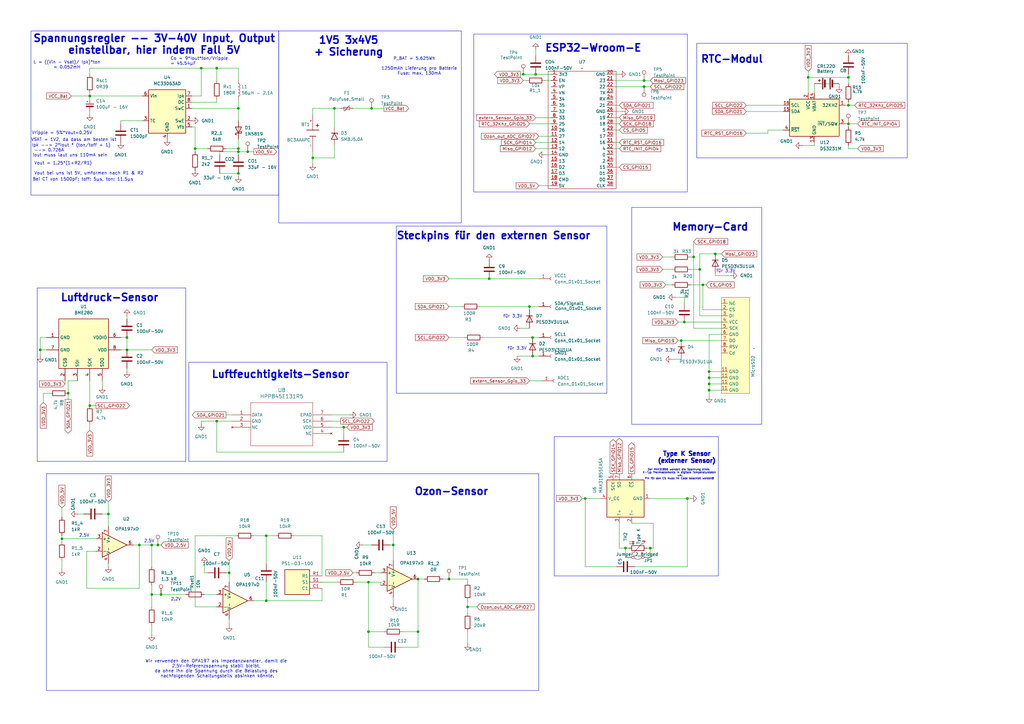
<source format=kicad_sch>
(kicad_sch (version 20231120) (generator "eeschema") (generator_version "8.0")
  (paper "A3")
  (junction (at 97.79 60.96))
  (junction (at 80.01 60.96))
  (junction (at 290.83 154.94))
  (junction (at 16.51 143.51))
  (junction (at 293.37 104.14))
  (junction (at 97.79 44.45))
  (junction (at 264.16 35.56))
  (junction (at 52.07 143.51))
  (junction (at 219.71 30.48))
  (junction (at 191.77 248.92))
  (junction (at 218.44 146.05))
  (junction (at 217.17 125.73))
  (junction (at 347.98 50.8))
  (junction (at 284.48 105.41))
  (junction (at 64.77 223.52))
  (junction (at 151.13 238.76))
  (junction (at 279.4 139.7))
  (junction (at 27.94 161.29))
  (junction (at 264.16 33.02))
  (junction (at 36.83 166.37))
  (junction (at 66.04 243.84))
  (junction (at 218.44 138.43))
  (junction (at 256.54 224.79))
  (junction (at 82.55 27.94))
  (junction (at 62.23 223.52))
  (junction (at 290.83 157.48))
  (junction (at 200.66 114.3))
  (junction (at 152.4 44.45))
  (junction (at 137.16 44.45))
  (junction (at 97.79 62.23))
  (junction (at 93.98 234.95))
  (junction (at 161.29 223.52))
  (junction (at 331.47 31.75))
  (junction (at 281.94 204.47))
  (junction (at 109.22 219.71))
  (junction (at 88.9 172.72))
  (junction (at 288.29 116.84))
  (junction (at 36.83 39.37))
  (junction (at 171.45 237.49))
  (junction (at 128.27 64.77))
  (junction (at 97.79 71.12))
  (junction (at 214.63 30.48))
  (junction (at 280.67 132.08))
  (junction (at 88.9 27.94))
  (junction (at 25.4 220.98))
  (junction (at 266.7 224.79))
  (junction (at 62.23 243.84))
  (junction (at 44.45 210.82))
  (junction (at 184.15 237.49))
  (junction (at 57.15 223.52))
  (junction (at 290.83 152.4))
  (junction (at 347.98 31.75))
  (junction (at 240.03 204.47))
  (junction (at 101.6 62.23))
  (junction (at 151.13 259.08))
  (junction (at 287.02 110.49))
  (junction (at 109.22 246.38))
  (junction (at 347.98 43.18))
  (junction (at 52.07 138.43))
  (junction (at 171.45 259.08))
  (junction (at 290.83 160.02))
  (junction (at 140.97 175.26))
  (wire (pts (xy 135.89 170.18) (xy 143.51 170.18)))
  (wire (pts (xy 153.67 234.95) (xy 156.21 234.95)))
  (wire (pts (xy 226.06 30.48) (xy 219.71 30.48)))
  (wire (pts (xy 140.97 175.26) (xy 142.24 175.26)))
  (wire (pts (xy 25.4 220.98) (xy 25.4 222.25)))
  (wire (pts (xy 39.37 226.06) (xy 35.56 226.06)))
  (wire (pts (xy 82.55 172.72) (xy 82.55 173.99)))
  (wire (pts (xy 120.65 219.71) (xy 132.08 219.71)))
  (wire (pts (xy 219.71 30.48) (xy 214.63 30.48)))
  (wire (pts (xy 290.83 154.94) (xy 295.91 154.94)))
  (wire (pts (xy 97.79 49.53) (xy 97.79 44.45)))
  (wire (pts (xy 97.79 62.23) (xy 90.17 62.23)))
  (wire (pts (xy 52.07 152.4) (xy 52.07 151.13)))
  (wire (pts (xy 251.46 50.8) (xy 254 50.8)))
  (wire (pts (xy 280.67 121.92) (xy 280.67 124.46)))
  (wire (pts (xy 198.12 138.43) (xy 218.44 138.43)))
  (wire (pts (xy 62.23 223.52) (xy 62.23 232.41)))
  (wire (pts (xy 264.16 33.02) (xy 266.7 33.02)))
  (wire (pts (xy 191.77 248.92) (xy 191.77 251.46)))
  (wire (pts (xy 78.74 41.91) (xy 88.9 41.91)))
  (wire (pts (xy 95.25 172.72) (xy 88.9 172.72)))
  (wire (pts (xy 284.48 99.06) (xy 284.48 105.41)))
  (wire (pts (xy 306.07 45.72) (xy 321.31 45.72)))
  (wire (pts (xy 151.13 238.76) (xy 156.21 238.76)))
  (wire (pts (xy 36.83 27.94) (xy 82.55 27.94)))
  (wire (pts (xy 140.97 177.8) (xy 140.97 175.26)))
  (wire (pts (xy 238.76 204.47) (xy 240.03 204.47)))
  (wire (pts (xy 104.14 246.38) (xy 109.22 246.38)))
  (wire (pts (xy 128.27 44.45) (xy 128.27 46.99)))
  (wire (pts (xy 132.08 219.71) (xy 132.08 236.22)))
  (wire (pts (xy 287.02 104.14) (xy 287.02 110.49)))
  (wire (pts (xy 283.21 110.49) (xy 287.02 110.49)))
  (wire (pts (xy 264.16 35.56) (xy 266.7 35.56)))
  (wire (pts (xy 80.01 248.92) (xy 88.9 248.92)))
  (wire (pts (xy 161.29 223.52) (xy 161.29 229.87)))
  (wire (pts (xy 88.9 185.42) (xy 88.9 172.72)))
  (wire (pts (xy 97.79 40.64) (xy 97.79 44.45)))
  (wire (pts (xy 92.71 170.18) (xy 95.25 170.18)))
  (wire (pts (xy 36.83 39.37) (xy 58.42 39.37)))
  (wire (pts (xy 259.08 214.63) (xy 267.97 214.63)))
  (wire (pts (xy 217.17 50.8) (xy 226.06 50.8)))
  (wire (pts (xy 260.35 232.41) (xy 281.94 232.41)))
  (wire (pts (xy 191.77 248.92) (xy 195.58 248.92)))
  (wire (pts (xy 151.13 259.08) (xy 151.13 265.43)))
  (wire (pts (xy 151.13 265.43) (xy 157.48 265.43)))
  (wire (pts (xy 184.15 237.49) (xy 191.77 237.49)))
  (wire (pts (xy 251.46 45.72) (xy 255.27 45.72)))
  (wire (pts (xy 135.89 175.26) (xy 140.97 175.26)))
  (wire (pts (xy 104.14 62.23) (xy 101.6 62.23)))
  (wire (pts (xy 276.86 121.92) (xy 280.67 121.92)))
  (wire (pts (xy 223.52 63.5) (xy 226.06 63.5)))
  (wire (pts (xy 295.91 129.54) (xy 287.02 129.54)))
  (wire (pts (xy 267.97 224.79) (xy 267.97 214.63)))
  (wire (pts (xy 196.85 125.73) (xy 217.17 125.73)))
  (wire (pts (xy 290.83 160.02) (xy 295.91 160.02)))
  (wire (pts (xy 49.53 143.51) (xy 52.07 143.51)))
  (wire (pts (xy 251.46 33.02) (xy 264.16 33.02)))
  (wire (pts (xy 288.29 127) (xy 288.29 116.84)))
  (wire (pts (xy 213.36 134.62) (xy 217.17 134.62)))
  (wire (pts (xy 132.08 241.3) (xy 132.08 246.38)))
  (wire (pts (xy 92.71 60.96) (xy 97.79 60.96)))
  (wire (pts (xy 152.4 44.45) (xy 157.48 44.45)))
  (wire (pts (xy 20.32 161.29) (xy 17.78 161.29)))
  (wire (pts (xy 83.82 234.95) (xy 85.09 234.95)))
  (wire (pts (xy 279.4 139.7) (xy 295.91 139.7)))
  (wire (pts (xy 57.15 223.52) (xy 62.23 223.52)))
  (wire (pts (xy 290.83 152.4) (xy 290.83 154.94)))
  (wire (pts (xy 25.4 220.98) (xy 39.37 220.98)))
  (wire (pts (xy 217.17 156.21) (xy 222.25 156.21)))
  (wire (pts (xy 346.71 50.8) (xy 347.98 50.8)))
  (wire (pts (xy 306.07 54.61) (xy 314.96 54.61)))
  (wire (pts (xy 49.53 138.43) (xy 52.07 138.43)))
  (wire (pts (xy 290.83 137.16) (xy 290.83 152.4)))
  (wire (pts (xy 80.01 60.96) (xy 80.01 62.23)))
  (wire (pts (xy 240.03 232.41) (xy 240.03 204.47)))
  (wire (pts (xy 290.83 157.48) (xy 295.91 157.48)))
  (wire (pts (xy 109.22 246.38) (xy 109.22 238.76)))
  (wire (pts (xy 27.94 156.21) (xy 27.94 161.29)))
  (wire (pts (xy 31.75 210.82) (xy 34.29 210.82)))
  (wire (pts (xy 266.7 224.79) (xy 265.43 224.79)))
  (wire (pts (xy 281.94 232.41) (xy 281.94 204.47)))
  (wire (pts (xy 256.54 224.79) (xy 254 224.79)))
  (wire (pts (xy 64.77 223.52) (xy 66.04 223.52)))
  (wire (pts (xy 161.29 217.17) (xy 161.29 223.52)))
  (wire (pts (xy 278.13 132.08) (xy 280.67 132.08)))
  (wire (pts (xy 347.98 31.75) (xy 347.98 34.29)))
  (wire (pts (xy 109.22 219.71) (xy 109.22 231.14)))
  (wire (pts (xy 271.78 110.49) (xy 275.59 110.49)))
  (wire (pts (xy 171.45 237.49) (xy 171.45 259.08)))
  (wire (pts (xy 156.21 238.76) (xy 156.21 240.03)))
  (wire (pts (xy 78.74 44.45) (xy 97.79 44.45)))
  (wire (pts (xy 35.56 226.06) (xy 35.56 241.3)))
  (wire (pts (xy 135.89 172.72) (xy 139.7 172.72)))
  (wire (pts (xy 328.93 59.69) (xy 334.01 59.69)))
  (wire (pts (xy 293.37 104.14) (xy 295.91 104.14)))
  (wire (pts (xy 184.15 138.43) (xy 190.5 138.43)))
  (wire (pts (xy 80.01 52.07) (xy 80.01 60.96)))
  (wire (pts (xy 88.9 27.94) (xy 97.79 27.94)))
  (wire (pts (xy 284.48 134.62) (xy 284.48 105.41)))
  (wire (pts (xy 44.45 205.74) (xy 44.45 210.82)))
  (wire (pts (xy 191.77 246.38) (xy 191.77 248.92)))
  (wire (pts (xy 144.78 44.45) (xy 152.4 44.45)))
  (wire (pts (xy 97.79 60.96) (xy 97.79 57.15)))
  (wire (pts (xy 137.16 64.77) (xy 128.27 64.77)))
  (wire (pts (xy 146.05 238.76) (xy 151.13 238.76)))
  (wire (pts (xy 58.42 49.53) (xy 49.53 49.53)))
  (wire (pts (xy 251.46 58.42) (xy 254 58.42)))
  (wire (pts (xy 16.51 138.43) (xy 19.05 138.43)))
  (wire (pts (xy 101.6 62.23) (xy 97.79 62.23)))
  (wire (pts (xy 35.56 241.3) (xy 57.15 241.3)))
  (wire (pts (xy 347.98 43.18) (xy 350.52 43.18)))
  (wire (pts (xy 283.21 105.41) (xy 284.48 105.41)))
  (wire (pts (xy 62.23 256.54) (xy 62.23 260.35)))
  (wire (pts (xy 44.45 231.14) (xy 44.45 232.41)))
  (wire (pts (xy 288.29 116.84) (xy 289.56 116.84)))
  (wire (pts (xy 171.45 259.08) (xy 165.1 259.08)))
  (wire (pts (xy 214.63 33.02) (xy 215.9 33.02)))
  (wire (pts (xy 137.16 44.45) (xy 128.27 44.45)))
  (wire (pts (xy 139.7 44.45) (xy 137.16 44.45)))
  (wire (pts (xy 16.51 146.05) (xy 16.51 143.51)))
  (wire (pts (xy 214.63 30.48) (xy 213.36 30.48)))
  (wire (pts (xy 283.21 204.47) (xy 281.94 204.47)))
  (wire (pts (xy 217.17 125.73) (xy 217.17 127)))
  (wire (pts (xy 26.67 157.48) (xy 26.67 156.21)))
  (wire (pts (xy 90.17 62.23) (xy 90.17 63.5)))
  (wire (pts (xy 217.17 125.73) (xy 220.98 125.73)))
  (wire (pts (xy 62.23 143.51) (xy 52.07 143.51)))
  (wire (pts (xy 290.83 157.48) (xy 290.83 160.02)))
  (wire (pts (xy 96.52 219.71) (xy 80.01 219.71)))
  (wire (pts (xy 44.45 210.82) (xy 44.45 215.9)))
  (wire (pts (xy 314.96 53.34) (xy 321.31 53.34)))
  (wire (pts (xy 25.4 208.28) (xy 25.4 212.09)))
  (wire (pts (xy 165.1 265.43) (xy 171.45 265.43)))
  (wire (pts (xy 347.98 60.96) (xy 351.79 60.96)))
  (wire (pts (xy 17.78 161.29) (xy 17.78 165.1)))
  (wire (pts (xy 97.79 60.96) (xy 97.79 62.23)))
  (wire (pts (xy 219.71 58.42) (xy 226.06 58.42)))
  (wire (pts (xy 220.98 55.88) (xy 226.06 55.88)))
  (wire (pts (xy 93.98 254) (xy 93.98 256.54)))
  (wire (pts (xy 49.53 49.53) (xy 49.53 50.8)))
  (wire (pts (xy 251.46 30.48) (xy 254 30.48)))
  (wire (pts (xy 181.61 237.49) (xy 184.15 237.49)))
  (wire (pts (xy 347.98 50.8) (xy 351.79 50.8)))
  (wire (pts (xy 25.4 229.87) (xy 25.4 233.68)))
  (wire (pts (xy 144.78 234.95) (xy 146.05 234.95)))
  (wire (pts (xy 25.4 219.71) (xy 25.4 220.98)))
  (wire (pts (xy 132.08 246.38) (xy 109.22 246.38)))
  (wire (pts (xy 219.71 20.32) (xy 219.71 22.86)))
  (wire (pts (xy 191.77 237.49) (xy 191.77 238.76)))
  (wire (pts (xy 254 224.79) (xy 254 214.63)))
  (wire (pts (xy 347.98 31.75) (xy 331.47 31.75)))
  (wire (pts (xy 83.82 243.84) (xy 88.9 243.84)))
  (wire (pts (xy 109.22 219.71) (xy 113.03 219.71)))
  (wire (pts (xy 137.16 59.69) (xy 137.16 64.77)))
  (wire (pts (xy 331.47 29.21) (xy 331.47 31.75)))
  (wire (pts (xy 36.83 166.37) (xy 39.37 166.37)))
  (wire (pts (xy 266.7 224.79) (xy 267.97 224.79)))
  (wire (pts (xy 16.51 138.43) (xy 16.51 143.51)))
  (wire (pts (xy 36.83 156.21) (xy 36.83 166.37)))
  (wire (pts (xy 295.91 134.62) (xy 284.48 134.62)))
  (wire (pts (xy 151.13 238.76) (xy 151.13 259.08)))
  (wire (pts (xy 240.03 204.47) (xy 246.38 204.47)))
  (wire (pts (xy 251.46 60.96) (xy 254 60.96)))
  (wire (pts (xy 97.79 72.39) (xy 97.79 71.12)))
  (wire (pts (xy 293.37 113.03) (xy 293.37 111.76)))
  (wire (pts (xy 52.07 138.43) (xy 52.07 143.51)))
  (wire (pts (xy 29.21 39.37) (xy 36.83 39.37)))
  (wire (pts (xy 290.83 160.02) (xy 290.83 162.56)))
  (wire (pts (xy 287.02 129.54) (xy 287.02 110.49)))
  (wire (pts (xy 280.67 132.08) (xy 295.91 132.08)))
  (wire (pts (xy 78.74 52.07) (xy 80.01 52.07)))
  (wire (pts (xy 36.83 173.99) (xy 36.83 176.53)))
  (wire (pts (xy 334.01 34.29) (xy 334.01 38.1)))
  (wire (pts (xy 287.02 104.14) (xy 293.37 104.14)))
  (wire (pts (xy 140.97 185.42) (xy 88.9 185.42)))
  (wire (pts (xy 200.66 114.3) (xy 220.98 114.3)))
  (wire (pts (xy 62.23 223.52) (xy 64.77 223.52)))
  (wire (pts (xy 295.91 137.16) (xy 290.83 137.16)))
  (wire (pts (xy 161.29 245.11) (xy 161.29 247.65)))
  (wire (pts (xy 212.09 146.05) (xy 218.44 146.05)))
  (wire (pts (xy 251.46 53.34) (xy 254 53.34)))
  (wire (pts (xy 62.23 240.03) (xy 62.23 243.84)))
  (wire (pts (xy 83.82 234.95) (xy 83.82 231.14)))
  (wire (pts (xy 88.9 41.91) (xy 88.9 40.64)))
  (wire (pts (xy 93.98 229.87) (xy 93.98 234.95)))
  (wire (pts (xy 347.98 59.69) (xy 347.98 60.96)))
  (wire (pts (xy 220.98 76.2) (xy 226.06 76.2)))
  (wire (pts (xy 219.71 48.26) (xy 226.06 48.26)))
  (wire (pts (xy 347.98 52.07) (xy 347.98 50.8)))
  (wire (pts (xy 82.55 27.94) (xy 82.55 39.37)))
  (wire (pts (xy 240.03 232.41) (xy 252.73 232.41)))
  (wire (pts (xy 184.15 114.3) (xy 200.66 114.3)))
  (wire (pts (xy 251.46 43.18) (xy 254 43.18)))
  (wire (pts (xy 80.01 60.96) (xy 85.09 60.96)))
  (wire (pts (xy 347.98 41.91) (xy 347.98 43.18)))
  (wire (pts (xy 160.02 223.52) (xy 161.29 223.52)))
  (wire (pts (xy 171.45 237.49) (xy 173.99 237.49)))
  (wire (pts (xy 184.15 125.73) (xy 189.23 125.73)))
  (wire (pts (xy 251.46 68.58) (xy 254 68.58)))
  (wire (pts (xy 57.15 223.52) (xy 54.61 223.52)))
  (wire (pts (xy 132.08 238.76) (xy 138.43 238.76)))
  (wire (pts (xy 290.83 154.94) (xy 290.83 157.48)))
  (wire (pts (xy 128.27 64.77) (xy 128.27 67.31)))
  (wire (pts (xy 219.71 60.96) (xy 226.06 60.96)))
  (wire (pts (xy 266.7 224.79) (xy 266.7 228.6)))
  (wire (pts (xy 299.72 113.03) (xy 293.37 113.03)))
  (wire (pts (xy 148.59 223.52) (xy 152.4 223.52)))
  (wire (pts (xy 266.7 204.47) (xy 281.94 204.47)))
  (wire (pts (xy 275.59 105.41) (xy 271.78 105.41)))
  (wire (pts (xy 137.16 44.45) (xy 137.16 52.07)))
  (wire (pts (xy 273.05 116.84) (xy 275.59 116.84)))
  (wire (pts (xy 97.79 27.94) (xy 97.79 33.02)))
  (wire (pts (xy 256.54 224.79) (xy 257.81 224.79)))
  (wire (pts (xy 275.59 147.32) (xy 279.4 147.32)))
  (wire (pts (xy 57.15 241.3) (xy 57.15 223.52)))
  (wire (pts (xy 52.07 129.54) (xy 52.07 130.81)))
  (wire (pts (xy 82.55 27.94) (xy 88.9 27.94)))
  (wire (pts (xy 251.46 35.56) (xy 264.16 35.56)))
  (wire (pts (xy 41.91 156.21) (xy 41.91 158.75)))
  (wire (pts (xy 36.83 39.37) (xy 36.83 40.64)))
  (wire (pts (xy 36.83 45.72) (xy 36.83 46.99)))
  (wire (pts (xy 290.83 152.4) (xy 295.91 152.4)))
  (wire (pts (xy 128.27 62.23) (xy 128.27 64.77)))
  (wire (pts (xy 334.01 59.69) (xy 334.01 58.42)))
  (wire (pts (xy 27.94 156.21) (xy 31.75 156.21)))
  (wire (pts (xy 191.77 259.08) (xy 191.77 264.16)))
  (wire (pts (xy 314.96 54.61) (xy 314.96 53.34)))
  (wire (pts (xy 347.98 30.48) (xy 347.98 31.75)))
  (wire (pts (xy 344.17 34.29) (xy 344.17 35.56)))
  (wire (pts (xy 104.14 219.71) (xy 109.22 219.71)))
  (wire (pts (xy 218.44 138.43) (xy 220.98 138.43)))
  (wire (pts (xy 93.98 234.95) (xy 93.98 238.76)))
  (wire (pts (xy 88.9 172.72) (xy 82.55 172.72)))
  (wire (pts (xy 218.44 146.05) (xy 220.98 146.05)))
  (wire (pts (xy 331.47 31.75) (xy 331.47 38.1)))
  (wire (pts (xy 251.46 48.26) (xy 254 48.26)))
  (wire (pts (xy 278.13 139.7) (xy 279.4 139.7)))
  (wire (pts (xy 283.21 116.84) (xy 288.29 116.84)))
  (wire (pts (xy 295.91 127) (xy 288.29 127)))
  (wire (pts (xy 66.04 243.84) (xy 76.2 243.84)))
  (wire (pts (xy 88.9 27.94) (xy 88.9 33.02)))
  (wire (pts (xy 36.83 38.1) (xy 36.83 39.37)))
  (wire (pts (xy 346.71 43.18) (xy 347.98 43.18)))
  (wire (pts (xy 62.23 243.84) (xy 66.04 243.84)))
  (wire (pts (xy 36.83 30.48) (xy 36.83 27.94)))
  (wire (pts (xy 62.23 243.84) (xy 62.23 248.92)))
  (wire (pts (xy 90.17 71.12) (xy 97.79 71.12)))
  (wire (pts (xy 223.52 33.02) (xy 226.06 33.02)))
  (wire (pts (xy 306.07 43.18) (xy 321.31 43.18)))
  (wire (pts (xy 97.79 63.5) (xy 97.79 62.23)))
  (wire (pts (xy 82.55 39.37) (xy 78.74 39.37)))
  (wire (pts (xy 41.91 210.82) (xy 44.45 210.82)))
  (wire (pts (xy 151.13 259.08) (xy 157.48 259.08)))
  (wire (pts (xy 256.54 224.79) (xy 256.54 228.6)))
  (wire (pts (xy 16.51 143.51) (xy 19.05 143.51)))
  (wire (pts (xy 92.71 234.95) (xy 93.98 234.95)))
  (wire (pts (xy 27.94 161.29) (xy 27.94 163.83)))
  (wire (pts (xy 171.45 265.43) (xy 171.45 259.08)))
  (wire (pts (xy 80.01 219.71) (xy 80.01 248.92)))
  (rectangle (start 162.56 92.71) (end 248.92 161.29))
  (rectangle (start 19.05 194.31) (end 220.98 283.21))
  (rectangle (start 194.31 13.97) (end 281.94 78.74))
  (rectangle (start 77.47 148.59) (end 158.75 189.23))
  (rectangle (start 114.3 12.7) (end 189.23 91.44))
  (rectangle (start 15.24 118.11) (end 76.2 189.23))
  (rectangle (start 285.75 17.78) (end 372.11 64.77))
  (rectangle (start 259.08 85.09) (end 312.42 173.99))
  (rectangle (start 227.33 179.07) (end 294.64 236.22))
  (rectangle (start 12.7 12.7) (end 114.3 80.01))
  (text "für 3,3V\n" (at 297.688 111.252 0) (effects (font (size 1.27 1.27))))
  (text "Luftdruck-Sensor" (at 44.958 122.174 0) (effects (font (size 3 3) (bold yes))))
  (text "Vripple = 5%*Vout=0.25V" (at 25.4 54.61 0) (effects (font (size 1.27 1.27))))
  (text "Spannungsregler -- 3V-40V Input, Output\neinstellbar, hier indem Fall 5V" (at 63.246 18.288 0) (effects (font (size 3 3) (bold yes))))
  (text "für 3,3V\n" (at 273.05 143.764 0) (effects (font (size 1.27 1.27))))
  (text "für 3,3V\n" (at 212.09 143.002 0) (effects (font (size 1.27 1.27))))
  (text "Luftfeuchtigkeits-Sensor" (at 115.062 153.67 0) (effects (font (size 3 3) (bold yes))))
  (text "Ipk --> 2*Iout * (ton/toff + 1)\n --> 0.726A" (at 12.954 60.706 0) (effects (font (size 1.27 1.27)) (justify left)))
  (text "Type K Sensor\n(externer Sensor)\n" (at 281.686 187.706 0) (effects (font (size 1.778 1.778) (thickness 0.6) (bold yes))))
  (text "Steckpins für den externen Sensor" (at 202.438 96.774 0) (effects (font (size 3 3) (bold yes))))
  (text "1V5 3x4V5\n+ Sicherung\n" (at 143.002 19.05 0) (effects (font (size 3 3) (thickness 0.6) (bold yes))))
  (text "Memory-Card\n" (at 291.338 93.218 0) (effects (font (size 3 3) (thickness 0.6) (bold yes))))
  (text "Bei CT von 1500pF: toff: 5µs, ton: 11.5µs" (at 34.036 73.66 0) (effects (font (size 1.27 1.27))))
  (text "Iout muss laut uns 110mA sein" (at 28.702 63.754 0) (effects (font (size 1.27 1.27))))
  (text "ESP32-Wroom-E\n" (at 243.332 19.812 0) (effects (font (size 3 3) (bold yes))))
  (text "für 3,3V\n" (at 210.312 129.794 0) (effects (font (size 1.27 1.27))))
  (text "Der MAX31855 wandelt die Spannung eines \nK-Typ Thermoelements in digitale Temperaturdaten\n um.\nPin für den CS muss im Code beachtet werden!!\n" (at 278.638 194.564 0) (effects (font (size 0.762 0.762))))
  (text "RTC-Modul\n" (at 300.228 24.384 0) (effects (font (size 3 3) (bold yes))))
  (text "Wir verwenden den OPA197 als Impedanzwandler, damit die \n2,5V-Referenzspannung stabil bleibt, \nda ohne ihn die Spannung durch die Belastung des \nnachfolgenden Schaltungsteils absinken könnte." (at 89.154 274.32 0) (effects (font (size 1.27 1.27))))
  (text "VSAT = 1V2, da dass am besten ist\n" (at 30.226 57.404 0) (effects (font (size 1.27 1.27))))
  (text "1250mAh Lieferung pro Batterie\nFuse: max. 130mA\n" (at 171.958 29.21 0) (effects (font (size 1.27 1.27))))
  (text "Co = 9*Iout*ton/Vripple\n= 45.54µF" (at 69.85 25.146 0) (effects (font (size 1.27 1.27)) (justify left)))
  (text "Vout = 1.25*(1+R2/R1)\n\nVout bei uns ist 5V, umformen nach R1 & R2" (at 13.97 69.088 0) (effects (font (size 1.27 1.27)) (justify left)))
  (text "P_BAT = 5.625Wh" (at 169.926 24.13 0) (effects (font (size 1.27 1.27))))
  (text "L = ((Vin - Vsat)/ Ipk)*ton\n= 0.052mH\n" (at 27.432 26.67 0) (effects (font (size 1.27 1.27))))
  (text "2,5V\n" (at 61.214 221.996 0) (effects (font (size 1.27 1.27))))
  (text "2,5V\n" (at 34.544 219.71 0) (effects (font (size 1.27 1.27))))
  (text "Ozon-Sensor\n" (at 185.166 201.676 0) (effects (font (size 3 3) (bold yes))))
  (text "2.2V\n" (at 72.136 245.872 0) (effects (font (size 1.27 1.27))))
  (global_label "VDD_3V3" (shape input) (at 331.47 29.21 90) (property "Intersheetrefs" "${INTERSHEET_REFS}" (effects (hide yes))))
  (global_label "SCL_GPIO22" (shape output) (at 139.7 172.72 0) (property "Intersheetrefs" "${INTERSHEET_REFS}" (effects (hide yes))))
  (global_label "VDD_3V3" (shape input) (at 238.76 204.47 180) (property "Intersheetrefs" "${INTERSHEET_REFS}" (effects (hide yes))))
  (global_label "VDD_2.5V" (shape input) (at 144.78 234.95 180) (property "Intersheetrefs" "${INTERSHEET_REFS}" (effects (hide yes))))
  (global_label "SDA_GPIO21" (shape output) (at 92.71 170.18 180) (property "Intersheetrefs" "${INTERSHEET_REFS}" (effects (hide yes))))
  (global_label "CS_GPIO15" (shape output) (at 259.08 194.31 90) (property "Intersheetrefs" "${INTERSHEET_REFS}" (effects (hide yes))))
  (global_label "VDD_5V" (shape input) (at 161.29 217.17 90) (property "Intersheetrefs" "${INTERSHEET_REFS}" (effects (hide yes))))
  (global_label "SCL_GPIO22" (shape output) (at 39.37 166.37 0) (property "Intersheetrefs" "${INTERSHEET_REFS}" (effects (hide yes))))
  (global_label "VDD_3V3" (shape input) (at 271.78 105.41 180) (property "Intersheetrefs" "${INTERSHEET_REFS}" (effects (hide yes))))
  (global_label "VCC_Bat" (shape output) (at 157.48 44.45 0) (property "Intersheetrefs" "${INTERSHEET_REFS}" (effects (hide yes))))
  (global_label "SCL_GPIO22" (shape input) (at 266.7 35.56 0) (property "Intersheetrefs" "${INTERSHEET_REFS}" (effects (hide yes))))
  (global_label "extern_Sensor_Gpio_33" (shape input) (at 219.71 48.26 180) (property "Intersheetrefs" "${INTERSHEET_REFS}" (effects (hide yes))))
  (global_label "Mosi_GPIO23" (shape input) (at 295.91 104.14 0) (property "Intersheetrefs" "${INTERSHEET_REFS}" (effects (hide yes))))
  (global_label "RTC_RST_GPIO16" (shape input) (at 306.07 54.61 180) (property "Intersheetrefs" "${INTERSHEET_REFS}" (effects (hide yes))))
  (global_label "VCC_Bat" (shape input) (at 29.21 39.37 180) (property "Intersheetrefs" "${INTERSHEET_REFS}" (effects (hide yes))))
  (global_label "RTC_RST_GPIO16" (shape input) (at 254 58.42 0) (property "Intersheetrefs" "${INTERSHEET_REFS}" (effects (hide yes))))
  (global_label "VDD_5V" (shape input) (at 220.98 76.2 180) (property "Intersheetrefs" "${INTERSHEET_REFS}" (effects (hide yes))))
  (global_label "SDA_GPIO21" (shape input) (at 184.15 125.73 180) (property "Intersheetrefs" "${INTERSHEET_REFS}" (effects (hide yes))))
  (global_label "SCK_GPIO18" (shape input) (at 254 50.8 0) (property "Intersheetrefs" "${INTERSHEET_REFS}" (effects (hide yes))))
  (global_label "VDD_3V3" (shape input) (at 184.15 114.3 180) (property "Intersheetrefs" "${INTERSHEET_REFS}" (effects (hide yes))))
  (global_label "VDD_3V3" (shape input) (at 278.13 132.08 180) (property "Intersheetrefs" "${INTERSHEET_REFS}" (effects (hide yes))))
  (global_label "VDD_3V3" (shape input) (at 271.78 110.49 180) (property "Intersheetrefs" "${INTERSHEET_REFS}" (effects (hide yes))))
  (global_label "VDD_3V3" (shape input) (at 351.79 60.96 0) (property "Intersheetrefs" "${INTERSHEET_REFS}" (effects (hide yes))))
  (global_label "VDD_3V3" (shape input) (at 36.83 176.53 270) (property "Intersheetrefs" "${INTERSHEET_REFS}" (effects (hide yes))))
  (global_label "VDD_5V" (shape output) (at 104.14 62.23 0) (property "Intersheetrefs" "${INTERSHEET_REFS}" (effects (hide yes))))
  (global_label "CS_GPIO15" (shape input) (at 254 68.58 0) (property "Intersheetrefs" "${INTERSHEET_REFS}" (effects (hide yes))))
  (global_label "Ozon_out_ADC_GPIO27" (shape input) (at 220.98 55.88 180) (property "Intersheetrefs" "${INTERSHEET_REFS}" (effects (hide yes))))
  (global_label "Miso_GPIO19" (shape input) (at 278.13 139.7 180) (property "Intersheetrefs" "${INTERSHEET_REFS}" (effects (hide yes))))
  (global_label "RTC_INIT_GPIO4" (shape input) (at 254 60.96 0) (property "Intersheetrefs" "${INTERSHEET_REFS}" (effects (hide yes))))
  (global_label "Miso_GPIO12" (shape input) (at 219.71 60.96 180) (property "Intersheetrefs" "${INTERSHEET_REFS}" (effects (hide yes))))
  (global_label "RTC_32Khz_GPIO25" (shape input) (at 217.17 50.8 180) (property "Intersheetrefs" "${INTERSHEET_REFS}" (effects (hide yes))))
  (global_label "Mosi_GPIO23" (shape input) (at 266.7 33.02 0) (property "Intersheetrefs" "${INTERSHEET_REFS}" (effects (hide yes))))
  (global_label "SCK_GPIO18" (shape input) (at 284.48 99.06 0) (property "Intersheetrefs" "${INTERSHEET_REFS}" (effects (hide yes))))
  (global_label "VDD_3V3" (shape input) (at 273.05 116.84 180) (property "Intersheetrefs" "${INTERSHEET_REFS}" (effects (hide yes))))
  (global_label "SCK_GPIO14" (shape output) (at 251.46 194.31 90) (property "Intersheetrefs" "${INTERSHEET_REFS}" (effects (hide yes))))
  (global_label "SDA_GPIO21" (shape input) (at 306.07 45.72 180) (property "Intersheetrefs" "${INTERSHEET_REFS}" (effects (hide yes))))
  (global_label "SDA_GPIO21" (shape output) (at 27.94 163.83 270) (property "Intersheetrefs" "${INTERSHEET_REFS}" (effects (hide yes))))
  (global_label "VDD_5V" (shape input) (at 93.98 229.87 90) (property "Intersheetrefs" "${INTERSHEET_REFS}" (effects (hide yes))))
  (global_label "Miso_GPIO19" (shape input) (at 254 48.26 0) (property "Intersheetrefs" "${INTERSHEET_REFS}" (effects (hide yes))))
  (global_label "VDD_3V3" (shape output) (at 213.36 30.48 180) (property "Intersheetrefs" "${INTERSHEET_REFS}" (effects (hide yes))))
  (global_label "VDD_2.5V" (shape input) (at 66.04 223.52 0) (property "Intersheetrefs" "${INTERSHEET_REFS}" (effects (hide yes))))
  (global_label "SCL_GPIO22" (shape input) (at 184.15 138.43 180) (property "Intersheetrefs" "${INTERSHEET_REFS}" (effects (hide yes))))
  (global_label "SCK_GPIO14" (shape input) (at 219.71 58.42 180) (property "Intersheetrefs" "${INTERSHEET_REFS}" (effects (hide yes))))
  (global_label "VDD_5V" (shape input) (at 25.4 208.28 90) (property "Intersheetrefs" "${INTERSHEET_REFS}" (effects (hide yes))))
  (global_label "SCL_GPIO22" (shape input) (at 306.07 43.18 180) (property "Intersheetrefs" "${INTERSHEET_REFS}" (effects (hide yes))))
  (global_label "RTC_32Khz_GPIO25" (shape input) (at 350.52 43.18 0) (property "Intersheetrefs" "${INTERSHEET_REFS}" (effects (hide yes))))
  (global_label "VDD_3V3" (shape input) (at 17.78 165.1 270) (property "Intersheetrefs" "${INTERSHEET_REFS}" (effects (hide yes))))
  (global_label "Miso_GPIO12" (shape output) (at 254 194.31 90) (property "Intersheetrefs" "${INTERSHEET_REFS}" (effects (hide yes))))
  (global_label "VDD_3V3" (shape input) (at 26.67 157.48 180) (property "Intersheetrefs" "${INTERSHEET_REFS}" (effects (hide yes))))
  (global_label "CS_GPIO5" (shape input) (at 254 53.34 0) (property "Intersheetrefs" "${INTERSHEET_REFS}" (effects (hide yes))))
  (global_label "extern_Sensor_Gpio_33" (shape input) (at 217.17 156.21 180) (property "Intersheetrefs" "${INTERSHEET_REFS}" (effects (hide yes))))
  (global_label "VDD_3V3" (shape input) (at 62.23 143.51 0) (property "Intersheetrefs" "${INTERSHEET_REFS}" (effects (hide yes))))
  (global_label "CS_GPIO5" (shape input) (at 289.56 116.84 0) (property "Intersheetrefs" "${INTERSHEET_REFS}" (effects (hide yes))))
  (global_label "RTC_INIT_GPIO4" (shape input) (at 351.79 50.8 0) (property "Intersheetrefs" "${INTERSHEET_REFS}" (effects (hide yes))))
  (global_label "SDA_GPIO21" (shape input) (at 254 43.18 0) (property "Intersheetrefs" "${INTERSHEET_REFS}" (effects (hide yes))))
  (global_label "VDD_3V3" (shape input) (at 142.24 175.26 0) (property "Intersheetrefs" "${INTERSHEET_REFS}" (effects (hide yes))))
  (global_label "VDD_3V3" (shape input) (at 44.45 205.74 90) (property "Intersheetrefs" "${INTERSHEET_REFS}" (effects (hide yes))))
  (global_label "VDD_3V3" (shape input) (at 214.63 33.02 180) (property "Intersheetrefs" "${INTERSHEET_REFS}" (effects (hide yes))))
  (global_label "Ozon_out_ADC_GPIO27" (shape input) (at 195.58 248.92 0) (property "Intersheetrefs" "${INTERSHEET_REFS}" (effects (hide yes))))
  (symbol (lib_id "power:GND1") (at 223.52 63.5 270) (unit 1)
    (property "Reference" "#PWR04" (effects (hide yes)))
    (property "Value" "GND1" (at 222.758 66.294 90) (effects (justify right)))
    (property "Description" "Power symbol creates a global label with name \"GND1\" , ground" (effects (hide yes)))
  )
  (symbol (lib_id "power:GND1") (at 78.74 49.53 90) (unit 1)
    (property "Reference" "#PWR014" (effects (hide yes)))
    (property "Value" "GND1" (at 82.55 49.5299 90) (effects (justify right)))
    (property "Description" "Power symbol creates a global label with name \"GND1\" , ground" (effects (hide yes)))
  )
  (symbol (lib_id "Device:R") (at 116.84 219.71 270) (unit 1)
    (property "Reference" "R19" (at 116.84 213.36 90))
    (property "Value" "10kR" (at 116.84 215.9 90))
    (property "Footprint" "Resistor_SMD:R_1206_3216Metric_Pad1.30x1.75mm_HandSolder" (effects (hide yes)))
    (property "Description" "Resistor" (effects (hide yes)))
  )
  (symbol (lib_id "Device:C") (at 140.97 181.61 0) (unit 1)
    (property "Reference" "C4" (at 144.78 180.3399 0) (effects (justify left)))
    (property "Value" "100nF-50V" (at 144.78 182.8799 0) (effects (justify left)))
    (property "Footprint" "Capacitor_SMD:C_1206_3216Metric_Pad1.33x1.80mm_HandSolder" (effects (hide yes)))
    (property "Description" "Unpolarized capacitor" (effects (hide yes)))
  )
  (symbol (lib_id "Device:C") (at 88.9 234.95 270) (unit 1)
    (property "Reference" "C7" (at 88.9 227.33 90))
    (property "Value" "100nF-50V" (at 88.646 231.14 90))
    (property "Footprint" "Capacitor_SMD:C_1206_3216Metric_Pad1.33x1.80mm_HandSolder" (effects (hide yes)))
    (property "Description" "Unpolarized capacitor" (effects (hide yes)))
  )
  (symbol (lib_id "Device:R") (at 191.77 242.57 0) (unit 1)
    (property "Reference" "R2" (at 194.31 241.2999 0) (effects (justify left)))
    (property "Value" "10kR" (at 194.31 243.8399 0) (effects (justify left)))
    (property "Footprint" "Resistor_SMD:R_1206_3216Metric_Pad1.30x1.75mm_HandSolder" (effects (hide yes)))
    (property "Description" "Resistor" (effects (hide yes)))
  )
  (symbol (lib_id "Device:R") (at 149.86 234.95 270) (unit 1)
    (property "Reference" "R9" (at 149.86 228.6 90))
    (property "Value" "10kR" (at 149.86 231.14 90))
    (property "Footprint" "Resistor_SMD:R_1206_3216Metric_Pad1.30x1.75mm_HandSolder" (effects (hide yes)))
    (property "Description" "Resistor" (effects (hide yes)))
  )
  (symbol (lib_id "Diode:1N4148WS") (at 279.4 143.51 270) (unit 1)
    (property "Reference" "D4" (at 281.94 142.2399 90) (effects (justify left)))
    (property "Value" "PESD3V3U1UA" (at 278.638 148.336 90) (effects (justify left)))
    (property "Footprint" "Diode_SMD:D_SOD-323" (effects (hide yes)))
    (property "Datasheet" "https://www.vishay.com/docs/85751/1n4148ws.pdf" (effects (hide yes)))
    (property "Description" "75V 0.15A Fast switching Diode, SOD-323" (effects (hide yes)))
    (property "Sim.Device" "D" (effects (hide yes)))
    (property "Sim.Pins" "1=K 2=A" (effects (hide yes)))
  )
  (symbol (lib_id "Device:R") (at 279.4 110.49 270) (unit 1)
    (property "Reference" "R20" (at 280.162 113.284 90) (effects (justify left)))
    (property "Value" "3k" (at 275.336 113.538 90) (effects (justify left)))
    (property "Footprint" "Resistor_SMD:R_1206_3216Metric_Pad1.30x1.75mm_HandSolder" (effects (hide yes)))
    (property "Description" "Resistor" (effects (hide yes)))
  )
  (symbol (lib_id "Device:R") (at 36.83 170.18 0) (unit 1)
    (property "Reference" "R7" (at 39.37 168.9099 0) (effects (justify left)))
    (property "Value" "4.7k" (at 39.37 171.4499 0) (effects (justify left)))
    (property "Footprint" "Resistor_SMD:R_1206_3216Metric_Pad1.30x1.75mm_HandSolder" (effects (hide yes)))
    (property "Description" "Resistor" (effects (hide yes)))
  )
  (symbol (lib_id "power:GND1") (at 49.53 58.42 0) (unit 1)
    (property "Reference" "#PWR012" (effects (hide yes)))
    (property "Value" "GND1" (at 49.53 63.5 0))
    (property "Description" "Power symbol creates a global label with name \"GND1\" , ground" (effects (hide yes)))
  )
  (symbol (lib_id "power:GND1") (at 68.58 57.15 0) (unit 1)
    (property "Reference" "#PWR011" (effects (hide yes)))
    (property "Value" "GND1" (at 68.58 62.23 0))
    (property "Description" "Power symbol creates a global label with name \"GND1\" , ground" (effects (hide yes)))
  )
  (symbol (lib_id "power:GND1") (at 328.93 59.69 270) (unit 1)
    (property "Reference" "#PWR030" (effects (hide yes)))
    (property "Value" "GND1" (at 322.58 57.912 90))
    (property "Description" "Power symbol creates a global label with name \"GND1\" , ground" (effects (hide yes)))
  )
  (symbol (lib_id "power:GND1") (at 200.66 106.68 180) (unit 1)
    (property "Reference" "#PWR05" (effects (hide yes)))
    (property "Value" "GND1" (at 200.66 101.6 0))
    (property "Description" "Power symbol creates a global label with name \"GND1\" , ground" (effects (hide yes)))
  )
  (symbol (lib_id "Device:R") (at 80.01 66.04 180) (unit 1)
    (property "Reference" "R1_7" (at 82.55 64.7699 0) (effects (justify right)))
    (property "Value" "2k2" (at 82.55 67.3099 0) (effects (justify right)))
    (property "Footprint" "Resistor_SMD:R_1206_3216Metric_Pad1.30x1.75mm_HandSolder" (effects (hide yes)))
    (property "Description" "Resistor" (effects (hide yes)))
  )
  (symbol (lib_id "Device:R") (at 25.4 226.06 180) (unit 1)
    (property "Reference" "R1_5" (at 29.21 224.7899 0) (effects (justify right)))
    (property "Value" "1kR" (at 29.21 227.3299 0) (effects (justify right)))
    (property "Footprint" "Resistor_SMD:R_1206_3216Metric_Pad1.30x1.75mm_HandSolder" (effects (hide yes)))
    (property "Description" "Resistor" (effects (hide yes)))
  )
  (symbol (lib_id "Device:C") (at 200.66 110.49 180) (unit 1)
    (property "Reference" "C9" (at 204.47 109.2199 0) (effects (justify right)))
    (property "Value" "100nF-50V" (at 204.47 111.7599 0) (effects (justify right)))
    (property "Footprint" "Capacitor_SMD:C_1206_3216Metric_Pad1.33x1.80mm_HandSolder" (effects (hide yes)))
    (property "Description" "Unpolarized capacitor" (effects (hide yes)))
  )
  (symbol (lib_id "power:GND1") (at 275.59 147.32 270) (unit 1)
    (property "Reference" "#PWR023" (effects (hide yes)))
    (property "Value" "GND1" (at 271.78 147.3199 90) (effects (justify right)))
    (property "Description" "Power symbol creates a global label with name \"GND1\" , ground" (effects (hide yes)))
  )
  (symbol (lib_id "Device:C") (at 97.79 67.31 0) (unit 1)
    (property "Reference" "CO1" (at 101.6 66.0399 0) (effects (justify left)))
    (property "Value" "33uF - 16V" (at 101.6 68.5799 0) (effects (justify left)))
    (property "Footprint" "Capacitor_SMD:C_1812_4532Metric_Pad1.57x3.40mm_HandSolder" (effects (hide yes)))
    (property "Description" "Unpolarized capacitor" (effects (hide yes)))
  )
  (symbol (lib_id "power:GND1") (at 16.51 146.05 0) (unit 1)
    (property "Reference" "#PWR021" (effects (hide yes)))
    (property "Value" "GND1" (at 18.288 147.574 0) (effects (justify left)))
    (property "Description" "Power symbol creates a global label with name \"GND1\" , ground" (effects (hide yes)))
  )
  (symbol (lib_id "BC3AAPC:BC3AAPC") (at 128.27 54.61 270) (unit 1)
    (property "Reference" "BT1" (at 123.444 51.054 90) (effects (justify left)))
    (property "Value" "BC3AAAPC" (at 117.602 57.404 90) (effects (justify left)))
    (property "Footprint" "Battery_Basket:BatteryHolder_Keystone_2479_3xAAA" (effects (hide yes)))
    (property "MF" "MPD (Memory Protection Devices)" (effects (hide yes)))
    (property "MAXIMUM_PACKAGE_HEIGHT" "16.5 mm" (effects (hide yes)))
    (property "Package" "None" (effects (hide yes)))
    (property "Price" "None" (effects (hide yes)))
    (property "Check_prices" "https://www.snapeda.com/parts/BC3AAPC/MPD/view-part/?ref=eda" (effects (hide yes)))
    (property "STANDARD" "Manufacturer Recommendations" (effects (hide yes)))
    (property "PARTREV" "J" (effects (hide yes)))
    (property "SnapEDA_Link" "https://www.snapeda.com/parts/BC3AAPC/MPD/view-part/?ref=snap" (effects (hide yes)))
    (property "MP" "BC3AAPC" (effects (hide yes)))
    (property "Description_1" "\n                        \n                            Battery Holder 3 Cells AA Size Polypropylene\n                        \n" (effects (hide yes)))
    (property "Availability" "In Stock" (effects (hide yes)))
    (property "MANUFACTURER" "MPD" (effects (hide yes)))
  )
  (symbol (lib_id "Device:C") (at 49.53 54.61 0) (unit 1)
    (property "Reference" "CT1" (at 53.34 53.3399 0) (effects (justify left)))
    (property "Value" "1500pF" (at 53.34 55.8799 0) (effects (justify left)))
    (property "Footprint" "Capacitor_SMD:C_1206_3216Metric_Pad1.33x1.80mm_HandSolder" (effects (hide yes)))
    (property "Description" "Unpolarized capacitor" (effects (hide yes)))
  )
  (symbol (lib_id "Device:C") (at 38.1 210.82 270) (unit 1)
    (property "Reference" "C3" (at 38.1 203.2 90))
    (property "Value" "100nF-50V" (at 38.1 205.74 90))
    (property "Footprint" "Capacitor_SMD:C_1206_3216Metric_Pad1.33x1.80mm_HandSolder" (effects (hide yes)))
    (property "Description" "Unpolarized capacitor" (effects (hide yes)))
  )
  (symbol (lib_id "power:GND1") (at 290.83 162.56 0) (unit 1)
    (property "Reference" "#PWR032" (effects (hide yes)))
    (property "Value" "GND1" (at 295.402 164.338 0))
    (property "Description" "Power symbol creates a global label with name \"GND1\" , ground" (effects (hide yes)))
  )
  (symbol (lib_id "Device:C") (at 52.07 134.62 0) (unit 1)
    (property "Reference" "C1" (at 55.88 133.3499 0) (effects (justify left)))
    (property "Value" "100nF-50V" (at 55.88 135.8899 0) (effects (justify left)))
    (property "Footprint" "Capacitor_SMD:C_1206_3216Metric_Pad1.33x1.80mm_HandSolder" (effects (hide yes)))
    (property "Description" "Unpolarized capacitor" (effects (hide yes)))
  )
  (symbol (lib_id "power:GND1") (at 212.09 146.05 0) (unit 1)
    (property "Reference" "#PWR015" (effects (hide yes)))
    (property "Value" "GND1" (at 212.09 151.13 0))
    (property "Description" "Power symbol creates a global label with name \"GND1\" , ground" (effects (hide yes)))
  )
  (symbol (lib_id "Device:R") (at 100.33 219.71 270) (unit 1)
    (property "Reference" "R18" (at 100.33 213.36 90))
    (property "Value" "10kR" (at 100.33 215.9 90))
    (property "Footprint" "Resistor_SMD:R_1206_3216Metric_Pad1.30x1.75mm_HandSolder" (effects (hide yes)))
    (property "Description" "Resistor" (effects (hide yes)))
  )
  (symbol (lib_id "Device:R") (at 177.8 237.49 270) (unit 1)
    (property "Reference" "R1_2" (at 177.8 231.14 90))
    (property "Value" "0R" (at 177.8 233.68 90))
    (property "Footprint" "Resistor_SMD:R_1206_3216Metric_Pad1.30x1.75mm_HandSolder" (effects (hide yes)))
    (property "Description" "Resistor" (effects (hide yes)))
  )
  (symbol (lib_id "Device:C") (at 90.17 67.31 0) (unit 1)
    (property "Reference" "CO2" (at 92.202 65.278 0) (effects (justify left)))
    (property "Value" "33uF - 16V" (at 83.312 72.898 0) (effects (justify left)))
    (property "Footprint" "Capacitor_SMD:C_1812_4532Metric_Pad1.57x3.40mm_HandSolder" (effects (hide yes)))
    (property "Description" "Unpolarized capacitor" (effects (hide yes)))
  )
  (symbol (lib_id "power:GND1") (at 219.71 20.32 180) (unit 1)
    (property "Reference" "#PWR026" (effects (hide yes)))
    (property "Value" "GND1" (at 219.71 15.24 0))
    (property "Description" "Power symbol creates a global label with name \"GND1\" , ground" (effects (hide yes)))
  )
  (symbol (lib_id "Device:Battery") (at 339.09 34.29 90) (unit 1)
    (property "Reference" "CR1220" (at 338.836 27.178 90))
    (property "Value" "Battery" (at 338.5185 29.21 90))
    (property "Footprint" "Battery:BatteryHolder_LINX_BAT-HLD-012-SMT" (effects (hide yes)))
    (property "Description" "Multiple-cell battery" (effects (hide yes)))
  )
  (symbol (lib_id "Device:R") (at 194.31 138.43 270) (unit 1)
    (property "Reference" "R4" (at 193.294 143.764 90))
    (property "Value" "100R" (at 193.802 141.224 90))
    (property "Footprint" "Resistor_SMD:R_1206_3216Metric_Pad1.30x1.75mm_HandSolder" (effects (hide yes)))
    (property "Description" "Resistor" (effects (hide yes)))
  )
  (symbol (lib_id "Device:R") (at 142.24 238.76 270) (unit 1)
    (property "Reference" "R1" (at 141.224 244.094 90))
    (property "Value" "10R" (at 141.732 241.554 90))
    (property "Footprint" "Resistor_SMD:R_1206_3216Metric_Pad1.30x1.75mm_HandSolder" (effects (hide yes)))
    (property "Description" "Resistor" (effects (hide yes)))
  )
  (symbol (lib_id "Connector:TestPoint") (at 184.15 237.49 0) (unit 1)
    (property "Reference" "TP1" (at 187.96 232.9179 0) (effects (justify left)))
    (property "Value" "TestPoint" (at 187.96 235.4579 0) (effects (justify left)))
    (property "Footprint" "TestPoint:TestPoint_Loop_D1.80mm_Drill1.0mm_Beaded" (effects (hide yes)))
    (property "Description" "test point" (effects (hide yes)))
  )
  (symbol (lib_id "Amplifier_Operational:OPA197xD") (at 46.99 223.52 0) (unit 1)
    (property "Reference" "U2" (at 51.816 212.852 0))
    (property "Value" "OPA197xD" (at 52.07 216.916 0))
    (property "Footprint" "Package_SO:SOIC-8_3.9x4.9mm_P1.27mm" (effects (hide yes)))
    (property "Datasheet" "http://www.ti.com/lit/ds/symlink/opa197.pdf" (effects (hide yes)))
    (property "Description" "Single 36V, Precision, Rail-to-Rail Input/Output, Low Offset Voltage, Operational Amplifier, SOIC-8" (effects (hide yes)))
  )
  (symbol (lib_id "Connector:TestPoint") (at 264.16 33.02 0) (unit 1)
    (property "Reference" "TP5" (at 267.97 28.4479 0) (effects (justify left)))
    (property "Value" "TestPoint" (at 267.97 30.9879 0) (effects (justify left)))
    (property "Footprint" "TestPoint:TestPoint_Loop_D1.80mm_Drill1.0mm_Beaded" (effects (hide yes)))
    (property "Description" "test point" (effects (hide yes)))
  )
  (symbol (lib_id "Device:R") (at 25.4 215.9 180) (unit 1)
    (property "Reference" "R1_4" (at 29.21 214.6299 0) (effects (justify right)))
    (property "Value" "1kR" (at 29.21 217.1699 0) (effects (justify right)))
    (property "Footprint" "Resistor_SMD:R_1206_3216Metric_Pad1.30x1.75mm_HandSolder" (effects (hide yes)))
    (property "Description" "Resistor" (effects (hide yes)))
  )
  (symbol (lib_id "power:GND1") (at 25.4 233.68 0) (unit 1)
    (property "Reference" "#PWR033" (effects (hide yes)))
    (property "Value" "GND1" (at 25.4 238.76 0))
    (property "Description" "Power symbol creates a global label with name \"GND1\" , ground" (effects (hide yes)))
  )
  (symbol (lib_id "Device:C") (at 109.22 234.95 180) (unit 1)
    (property "Reference" "C11" (at 108.458 237.236 0) (effects (justify left)))
    (property "Value" "100nF-50V" (at 113.03 233.934 90) (effects (justify left)))
    (property "Footprint" "Capacitor_SMD:C_1206_3216Metric_Pad1.33x1.80mm_HandSolder" (effects (hide yes)))
    (property "Description" "Unpolarized capacitor" (effects (hide yes)))
  )
  (symbol (lib_id "Device:R") (at 347.98 38.1 0) (unit 1)
    (property "Reference" "R15" (at 349.504 35.814 0) (effects (justify left)))
    (property "Value" "4.7k" (at 349.504 37.592 0) (effects (justify left)))
    (property "Footprint" "Resistor_SMD:R_1206_3216Metric_Pad1.30x1.75mm_HandSolder" (effects (hide yes)))
    (property "Description" "Resistor" (effects (hide yes)))
  )
  (symbol (lib_id "Diode:1N4148WS") (at 218.44 142.24 270) (unit 1)
    (property "Reference" "D2" (at 220.98 140.9699 90) (effects (justify left)))
    (property "Value" "PESD3V3U1UA" (at 220.98 143.5099 90) (effects (justify left)))
    (property "Footprint" "Diode_SMD:D_SOD-323" (effects (hide yes)))
    (property "Datasheet" "https://www.vishay.com/docs/85751/1n4148ws.pdf" (effects (hide yes)))
    (property "Description" "75V 0.15A Fast switching Diode, SOD-323" (effects (hide yes)))
    (property "Sim.Device" "D" (effects (hide yes)))
    (property "Sim.Pins" "1=K 2=A" (effects (hide yes)))
  )
  (symbol (lib_id "Device:R") (at 191.77 255.27 0) (unit 1)
    (property "Reference" "R6" (at 194.31 253.9999 0) (effects (justify left)))
    (property "Value" "20kR" (at 194.31 256.5399 0) (effects (justify left)))
    (property "Footprint" "Resistor_SMD:R_1206_3216Metric_Pad1.30x1.75mm_HandSolder" (effects (hide yes)))
    (property "Description" "Resistor" (effects (hide yes)))
  )
  (symbol (lib_id "Device:R") (at 24.13 161.29 270) (unit 1)
    (property "Reference" "R8" (at 25.4001 163.83 0) (effects (justify left)))
    (property "Value" "4.7k" (at 22.8601 163.83 0) (effects (justify left)))
    (property "Footprint" "Resistor_SMD:R_1206_3216Metric_Pad1.30x1.75mm_HandSolder" (effects (hide yes)))
    (property "Description" "Resistor" (effects (hide yes)))
  )
  (symbol (lib_id "power:GND1") (at 161.29 247.65 0) (unit 1)
    (property "Reference" "#PWR035" (effects (hide yes)))
    (property "Value" "GND1" (at 164.592 249.936 0))
    (property "Description" "Power symbol creates a global label with name \"GND1\" , ground" (effects (hide yes)))
  )
  (symbol (lib_id "Device:R") (at 88.9 60.96 90) (unit 1)
    (property "Reference" "R2_1" (at 88.9 54.61 90))
    (property "Value" "6k8" (at 88.9 57.15 90))
    (property "Footprint" "Resistor_SMD:R_1206_3216Metric_Pad1.30x1.75mm_HandSolder" (effects (hide yes)))
    (property "Description" "Resistor" (effects (hide yes)))
  )
  (symbol (lib_id "Sensor_Temperature:PT100") (at 261.62 224.79 270) (unit 1)
    (property "Reference" "TH2" (at 256.54 221.996 0) (effects (justify right)))
    (property "Value" "Type K" (at 261.874 223.266 0) (effects (justify right)))
    (property "Footprint" "Resistor_THT:R_Axial_DIN0204_L3.6mm_D1.6mm_P5.08mm_Horizontal" (effects (hide yes)))
    (property "Datasheet" "https://www.heraeus.com/media/media/group/doc_group/products_1/hst/sot_to/de_15/to_92_d.pdf" (effects (hide yes)))
    (property "Description" "PT100 platinum temperature sensor (RTD)" (effects (hide yes)))
  )
  (symbol (lib_id "Device:R") (at 62.23 252.73 180) (unit 1)
    (property "Reference" "R1_6" (at 66.04 251.4599 0) (effects (justify right)))
    (property "Value" "10kR" (at 66.04 253.9999 0) (effects (justify right)))
    (property "Footprint" "Resistor_SMD:R_1206_3216Metric_Pad1.30x1.75mm_HandSolder" (effects (hide yes)))
    (property "Description" "Resistor" (effects (hide yes)))
  )
  (symbol (lib_id "power:GND1") (at 41.91 158.75 0) (unit 1)
    (property "Reference" "#PWR02" (effects (hide yes)))
    (property "Value" "GND1" (at 41.91 162.814 0))
    (property "Description" "Power symbol creates a global label with name \"GND1\" , ground" (effects (hide yes)))
  )
  (symbol (lib_id "power:GND1") (at 44.45 232.41 0) (unit 1)
    (property "Reference" "#PWR06" (effects (hide yes)))
    (property "Value" "GND1" (at 44.45 237.49 0))
    (property "Description" "Power symbol creates a global label with name \"GND1\" , ground" (effects (hide yes)))
  )
  (symbol (lib_id "power:GND1") (at 344.17 35.56 0) (unit 1)
    (property "Reference" "#PWR031" (effects (hide yes)))
    (property "Value" "GND1" (at 342.392 39.624 0))
    (property "Description" "Power symbol creates a global label with name \"GND1\" , ground" (effects (hide yes)))
  )
  (symbol (lib_id "power:GND1") (at 52.07 152.4 0) (unit 1)
    (property "Reference" "#PWR019" (effects (hide yes)))
    (property "Value" "GND1" (at 52.07 157.48 0))
    (property "Description" "Power symbol creates a global label with name \"GND1\" , ground" (effects (hide yes)))
  )
  (symbol (lib_id "Device:Polyfuse_Small") (at 142.24 44.45 90) (unit 1)
    (property "Reference" "F1" (at 142.24 38.1 90))
    (property "Value" "Polyfuse_Small" (at 142.24 40.64 90))
    (property "Footprint" "Fuse:Fuse_Littelfuse_372_D8.50mm" (effects (hide yes)))
    (property "Description" "Resettable fuse, polymeric positive temperature coefficient, small symbol" (effects (hide yes)))
  )
  (symbol (lib_id "Device:R") (at 161.29 259.08 270) (unit 1)
    (property "Reference" "R10" (at 161.798 254.508 90))
    (property "Value" "10kR" (at 161.544 256.286 90))
    (property "Footprint" "Resistor_SMD:R_1206_3216Metric_Pad1.30x1.75mm_HandSolder" (effects (hide yes)))
    (property "Description" "Resistor" (effects (hide yes)))
  )
  (symbol (lib_id "Amplifier_Operational:OPA197xD") (at 163.83 237.49 0) (unit 1)
    (property "Reference" "U13" (at 168.656 226.822 0))
    (property "Value" "OPA197xD" (at 168.91 230.886 0))
    (property "Footprint" "Package_SO:SOIC-8_3.9x4.9mm_P1.27mm" (effects (hide yes)))
    (property "Datasheet" "http://www.ti.com/lit/ds/symlink/opa197.pdf" (effects (hide yes)))
    (property "Description" "Single 36V, Precision, Rail-to-Rail Input/Output, Low Offset Voltage, Operational Amplifier, SOIC-8" (effects (hide yes)))
  )
  (symbol (lib_id "Connector:TestPoint") (at 347.98 50.8 0) (unit 1)
    (property "Reference" "TP7" (at 351.79 46.2279 0) (effects (justify left)))
    (property "Value" "TestPoint" (at 351.79 48.7679 0) (effects (justify left)))
    (property "Footprint" "TestPoint:TestPoint_Loop_D1.80mm_Drill1.0mm_Beaded" (effects (hide yes)))
    (property "Description" "test point" (effects (hide yes)))
  )
  (symbol (lib_id "Device:C") (at 347.98 26.67 180) (unit 1)
    (property "Reference" "C8" (at 347.218 28.956 0) (effects (justify left)))
    (property "Value" "100nF-50V" (at 354.076 23.368 90) (effects (justify left)))
    (property "Footprint" "Capacitor_SMD:C_1206_3216Metric_Pad1.33x1.80mm_HandSolder" (effects (hide yes)))
    (property "Description" "Unpolarized capacitor" (effects (hide yes)))
  )
  (symbol (lib_id "Device:R") (at 36.83 34.29 0) (unit 1)
    (property "Reference" "Rsc1" (at 39.37 33.0199 0) (effects (justify left)))
    (property "Value" "0R39" (at 39.37 35.5599 0) (effects (justify left)))
    (property "Footprint" "Resistor_SMD:R_1206_3216Metric_Pad1.30x1.75mm_HandSolder" (effects (hide yes)))
    (property "Description" "Resistor" (effects (hide yes)))
  )
  (symbol (lib_id "Device:L") (at 97.79 36.83 0) (unit 1)
    (property "Reference" "L1" (at 99.06 35.5599 0) (effects (justify left)))
    (property "Value" "56µH - 2.1A" (at 99.06 38.0999 0) (effects (justify left)))
    (property "Footprint" "Inductor_SMD:L_0805_2012Metric_Pad1.05x1.20mm_HandSolder" (effects (hide yes)))
    (property "Description" "Inductor" (effects (hide yes)))
  )
  (symbol (lib_id "Diode:1N4148WS") (at 217.17 130.81 270) (unit 1)
    (property "Reference" "D7" (at 219.71 129.5399 90) (effects (justify left)))
    (property "Value" "PESD3V3U1UA" (at 219.71 132.0799 90) (effects (justify left)))
    (property "Footprint" "Diode_SMD:D_SOD-323" (effects (hide yes)))
    (property "Datasheet" "https://www.vishay.com/docs/85751/1n4148ws.pdf" (effects (hide yes)))
    (property "Description" "75V 0.15A Fast switching Diode, SOD-323" (effects (hide yes)))
    (property "Sim.Device" "D" (effects (hide yes)))
    (property "Sim.Pins" "1=K 2=A" (effects (hide yes)))
  )
  (symbol (lib_id "Device:R") (at 62.23 236.22 180) (unit 1)
    (property "Reference" "R1_3" (at 66.04 234.9499 0) (effects (justify right)))
    (property "Value" "1.3 kR" (at 66.04 237.4899 0) (effects (justify right)))
    (property "Footprint" "Resistor_SMD:R_1206_3216Metric_Pad1.30x1.75mm_HandSolder" (effects (hide yes)))
    (property "Description" "Resistor" (effects (hide yes)))
  )
  (symbol (lib_id "power:GND1") (at 82.55 173.99 0) (unit 1)
    (property "Reference" "#PWR020" (effects (hide yes)))
    (property "Value" "GND1" (at 82.55 179.07 0))
    (property "Description" "Power symbol creates a global label with name \"GND1\" , ground" (effects (hide yes)))
  )
  (symbol (lib_id "power:GND1") (at 213.36 134.62 270) (unit 1)
    (property "Reference" "#PWR022" (effects (hide yes)))
    (property "Value" "GND1" (at 209.55 134.6199 90) (effects (justify right)))
    (property "Description" "Power symbol creates a global label with name \"GND1\" , ground" (effects (hide yes)))
  )
  (symbol (lib_id "power:GND1") (at 191.77 264.16 0) (unit 1)
    (property "Reference" "#PWR037" (effects (hide yes)))
    (property "Value" "GND1" (at 195.072 266.446 0))
    (property "Description" "Power symbol creates a global label with name \"GND1\" , ground" (effects (hide yes)))
  )
  (symbol (lib_id "Connector:TestPoint") (at 214.63 30.48 0) (unit 1)
    (property "Reference" "TP4" (at 208.788 21.59 0) (effects (justify left)))
    (property "Value" "TestPoint" (at 205.232 23.622 0) (effects (justify left)))
    (property "Footprint" "TestPoint:TestPoint_Loop_D1.80mm_Drill1.0mm_Beaded" (effects (hide yes)))
    (property "Description" "test point" (effects (hide yes)))
  )
  (symbol (lib_id "Connector:TestPoint") (at 264.16 35.56 180) (unit 1)
    (property "Reference" "TP6" (at 266.7 37.5919 0) (effects (justify right)))
    (property "Value" "TestPoint" (at 266.7 40.1319 0) (effects (justify right)))
    (property "Footprint" "TestPoint:TestPoint_Loop_D1.80mm_Drill1.0mm_Beaded" (effects (hide yes)))
    (property "Description" "test point" (effects (hide yes)))
  )
  (symbol (lib_id "power:GND1") (at 254 30.48 90) (unit 1)
    (property "Reference" "#PWR03" (effects (hide yes)))
    (property "Value" "GND1" (at 257.81 30.4799 90) (effects (justify right)))
    (property "Description" "Power symbol creates a global label with name \"GND1\" , ground" (effects (hide yes)))
  )
  (symbol (lib_id "Device:R") (at 219.71 33.02 90) (unit 1)
    (property "Reference" "R1_1" (at 219.456 37.084 90))
    (property "Value" "10k" (at 219.71 35.052 90))
    (property "Footprint" "Resistor_SMD:R_1206_3216Metric_Pad1.30x1.75mm_HandSolder" (effects (hide yes)))
    (property "Description" "Resistor" (effects (hide yes)))
  )
  (symbol (lib_id "Device:R") (at 88.9 36.83 180) (unit 1)
    (property "Reference" "Rx1" (at 91.44 35.5599 0) (effects (justify right)))
    (property "Value" "180R" (at 91.44 38.0999 0) (effects (justify right)))
    (property "Footprint" "Resistor_SMD:R_1206_3216Metric_Pad1.30x1.75mm_HandSolder" (effects (hide yes)))
    (property "Description" "Resistor" (effects (hide yes)))
  )
  (symbol (lib_id "Connector:Conn_01x01_Socket") (at 226.06 114.3 0) (unit 1)
    (property "Reference" "VCC1" (at 227.33 113.0299 0) (effects (justify left)))
    (property "Value" "Conn_01x01_Socket" (at 227.33 115.5699 0) (effects (justify left)))
    (property "Footprint" "Connector_PinHeader_2.00mm:PinHeader_1x01_P2.00mm_Vertical" (effects (hide yes)))
    (property "Description" "Generic connector, single row, 01x01, script generated" (effects (hide yes)))
  )
  (symbol (lib_id "power:GND1") (at 255.27 45.72 90) (unit 1)
    (property "Reference" "#PWR09" (effects (hide yes)))
    (property "Value" "GND1" (at 259.08 45.7199 90) (effects (justify right)))
    (property "Description" "Power symbol creates a global label with name \"GND1\" , ground" (effects (hide yes)))
  )
  (symbol (lib_id "PS1-O3-100:PS1-O3-100") (at 132.08 241.3 180) (unit 1)
    (property "Reference" "U11" (at 121.92 228.6 0))
    (property "Value" "PS1-O3-100" (at 121.92 231.14 0))
    (property "Footprint" "Ozonsensor:PS1O3100" (effects (hide yes)))
    (property "Datasheet" "https://sgx.cdistore.com/datasheets/sgx/ds-0353-ps1ps4-o3-100.pdf" (effects (hide yes)))
    (property "Description" "SENSOR OZONE 100PPM -20C ~ 40C" (effects (hide yes)))
    (property "Height" "5.6" (effects (hide yes)))
    (property "Manufacturer_Name" "SGX Sensortech Limited" (effects (hide yes)))
    (property "Manufacturer_Part_Number" "PS1-O3-100" (effects (hide yes)))
  )
  (symbol (lib_id "Device:C") (at 52.07 147.32 180) (unit 1)
    (property "Reference" "C2" (at 55.88 146.0499 0) (effects (justify right)))
    (property "Value" "100nF-50V" (at 55.88 148.5899 0) (effects (justify right)))
    (property "Footprint" "Capacitor_SMD:C_1206_3216Metric_Pad1.33x1.80mm_HandSolder" (effects (hide yes)))
    (property "Description" "Unpolarized capacitor" (effects (hide yes)))
  )
  (symbol (lib_id "power:GND1") (at 347.98 22.86 180) (unit 1)
    (property "Reference" "#PWR029" (effects (hide yes)))
    (property "Value" "GND1" (at 352.044 21.082 0))
    (property "Description" "Power symbol creates a global label with name \"GND1\" , ground" (effects (hide yes)))
  )
  (symbol (lib_id "power:GND1") (at 62.23 260.35 0) (unit 1)
    (property "Reference" "#PWR08" (effects (hide yes)))
    (property "Value" "GND1" (at 62.23 265.43 0))
    (property "Description" "Power symbol creates a global label with name \"GND1\" , ground" (effects (hide yes)))
  )
  (symbol (lib_id "Device:C") (at 156.21 223.52 270) (unit 1)
    (property "Reference" "C13" (at 156.21 215.9 90))
    (property "Value" "100nF-50V" (at 156.21 218.44 90))
    (property "Footprint" "Capacitor_SMD:C_1206_3216Metric_Pad1.33x1.80mm_HandSolder" (effects (hide yes)))
    (property "Description" "Unpolarized capacitor" (effects (hide yes)))
  )
  (symbol (lib_id "power:GND1") (at 148.59 223.52 270) (unit 1)
    (property "Reference" "#PWR010" (effects (hide yes)))
    (property "Value" "GND1" (at 146.304 226.822 0))
    (property "Description" "Power symbol creates a global label with name \"GND1\" , ground" (effects (hide yes)))
  )
  (symbol (lib_id "power:GND1") (at 283.21 204.47 90) (unit 1)
    (property "Reference" "#PWR025" (effects (hide yes)))
    (property "Value" "GND1" (at 288.29 204.47 0))
    (property "Description" "Power symbol creates a global label with name \"GND1\" , ground" (effects (hide yes)))
  )
  (symbol (lib_id "Diode:1N4148WS") (at 293.37 107.95 270) (unit 1)
    (property "Reference" "D5" (at 295.91 106.6799 90) (effects (justify left)))
    (property "Value" "PESD3V3U1UA" (at 295.91 109.2199 90) (effects (justify left)))
    (property "Footprint" "Diode_SMD:D_SOD-323" (effects (hide yes)))
    (property "Datasheet" "https://www.vishay.com/docs/85751/1n4148ws.pdf" (effects (hide yes)))
    (property "Description" "75V 0.15A Fast switching Diode, SOD-323" (effects (hide yes)))
    (property "Sim.Device" "D" (effects (hide yes)))
    (property "Sim.Pins" "1=K 2=A" (effects (hide yes)))
  )
  (symbol (lib_id "Jumper:Jumper_2_Bridged") (at 261.62 228.6 180) (unit 1) (exclude_from_sim yes)
    (property "Reference" "JP1" (at 265.938 229.87 0))
    (property "Value" "Jumper_2_Bridged" (at 261.366 227.33 0))
    (property "Footprint" "Connector_PinHeader_2.54mm:PinHeader_1x02_P2.54mm_Vertical" (effects (hide yes)))
    (property "Description" "Jumper, 2-pole, closed/bridged" (effects (hide yes)))
  )
  (symbol (lib_id "Device:R") (at 347.98 55.88 0) (unit 1)
    (property "Reference" "R5" (at 350.52 54.6099 0) (effects (justify left)))
    (property "Value" "4.7k" (at 350.52 57.1499 0) (effects (justify left)))
    (property "Footprint" "Resistor_SMD:R_1206_3216Metric_Pad1.30x1.75mm_HandSolder" (effects (hide yes)))
    (property "Description" "Resistor" (effects (hide yes)))
  )
  (symbol (lib_id "power:GND1") (at 143.51 170.18 90) (unit 1)
    (property "Reference" "#PWR028" (effects (hide yes)))
    (property "Value" "GND1" (at 147.32 170.1799 90) (effects (justify right)))
    (property "Description" "Power symbol creates a global label with name \"GND1\" , ground" (effects (hide yes)))
  )
  (symbol (lib_id "Device:C") (at 280.67 128.27 180) (unit 1)
    (property "Reference" "C10" (at 272.542 125.73 0) (effects (justify right)))
    (property "Value" "100nF-50V" (at 265.43 128.27 0) (effects (justify right)))
    (property "Footprint" "Capacitor_SMD:C_1206_3216Metric_Pad1.33x1.80mm_HandSolder" (effects (hide yes)))
    (property "Description" "Unpolarized capacitor" (effects (hide yes)))
  )
  (symbol (lib_id "Diode:1N5819") (at 97.79 53.34 90) (unit 1)
    (property "Reference" "D1" (at 100.33 52.3874 90) (effects (justify right)))
    (property "Value" "1N5819" (at 100.33 54.9274 90) (effects (justify right)))
    (property "Footprint" "Diode_SMD:D_SMB-SMC_Universal_Handsoldering" (effects (hide yes)))
    (property "Datasheet" "http://www.vishay.com/docs/88525/1n5817.pdf" (effects (hide yes)))
    (property "Description" "40V 1A Schottky Barrier Rectifier Diode, DO-41" (effects (hide yes)))
  )
  (symbol (lib_id "Timer_RTC:DS3231M") (at 334.01 48.26 0) (unit 1)
    (property "Reference" "U12" (at 336.2041 58.42 0) (effects (justify left)))
    (property "Value" "DS3231M" (at 336.2041 60.96 0) (effects (justify left)))
    (property "Footprint" "Package_SO:SOIC-16W_7.5x10.3mm_P1.27mm" (effects (hide yes)))
    (property "Datasheet" "http://datasheets.maximintegrated.com/en/ds/DS3231.pdf" (effects (hide yes)))
    (property "Description" "Extremely Accurate I2C-Integrated RTC/TCXO/Crystal SOIC-16" (effects (hide yes)))
  )
  (symbol (lib_id "Device:C") (at 256.54 232.41 90) (unit 1)
    (property "Reference" "C5" (at 254.254 231.648 0) (effects (justify left)))
    (property "Value" "100nF-50V" (at 269.494 234.696 90) (effects (justify left)))
    (property "Footprint" "Capacitor_SMD:C_1206_3216Metric_Pad1.33x1.80mm_HandSolder" (effects (hide yes)))
    (property "Description" "Unpolarized capacitor" (effects (hide yes)))
  )
  (symbol (lib_id "power:GND1") (at 299.72 113.03 90) (unit 1)
    (property "Reference" "#PWR024" (effects (hide yes)))
    (property "Value" "GND1" (at 303.53 113.0299 90) (effects (justify right)))
    (property "Description" "Power symbol creates a global label with name \"GND1\" , ground" (effects (hide yes)))
  )
  (symbol (lib_id "Connector:TestPoint") (at 66.04 243.84 0) (unit 1)
    (property "Reference" "TP11" (at 69.85 239.2679 0) (effects (justify left)))
    (property "Value" "TestPoint" (at 69.85 241.8079 0) (effects (justify left)))
    (property "Footprint" "TestPoint:TestPoint_Loop_D1.80mm_Drill1.0mm_Beaded" (effects (hide yes)))
    (property "Description" "test point" (effects (hide yes)))
  )
  (symbol (lib_id "power:GND1") (at 36.83 46.99 0) (unit 1)
    (property "Reference" "#PWR07" (effects (hide yes)))
    (property "Value" "GND1" (at 36.83 52.07 0))
    (property "Description" "Power symbol creates a global label with name \"GND1\" , ground" (effects (hide yes)))
  )
  (symbol (lib_id "Connector:Conn_01x01_Socket") (at 227.33 156.21 0) (unit 1)
    (property "Reference" "ADC1" (at 228.6 154.9399 0) (effects (justify left)))
    (property "Value" "Conn_01x01_Socket" (at 228.6 157.4799 0) (effects (justify left)))
    (property "Footprint" "Connector_PinHeader_2.00mm:PinHeader_1x01_P2.00mm_Vertical" (effects (hide yes)))
    (property "Description" "Generic connector, single row, 01x01, script generated" (effects (hide yes)))
  )
  (symbol (lib_id "2024-10-21_12-55-34:HPP845E131R5") (at 95.25 170.18 0) (unit 1)
    (property "Reference" "U8" (at 115.57 160.02 0) (effects (font (size 1.524 1.524))))
    (property "Value" "HPP845E131R5" (at 115.57 162.56 0) (effects (font (size 1.524 1.524))))
    (property "Footprint" "HPP_footprints:SON6_HPP845E131R5_TEC" (effects (hide yes)))
    (property "Datasheet" "HPP845E131R5" (effects (hide yes)))
  )
  (symbol (lib_id "Sensor_Temperature:MAX31855EASA") (at 256.54 204.47 90) (unit 1)
    (property "Reference" "U6" (at 243.84 202.2759 0) (effects (justify left)))
    (property "Value" "MAX31855EASA" (at 246.38 202.2759 0) (effects (justify left)))
    (property "Footprint" "Package_SO:SOIC-8_3.9x4.9mm_P1.27mm" (effects (hide yes)))
    (property "Datasheet" "http://datasheets.maximintegrated.com/en/ds/MAX31855.pdf" (effects (hide yes)))
    (property "Description" "Cold Junction E-type Termocouple Interface, SPI, SO8" (effects (hide yes)))
  )
  (symbol (lib_id "power:GND1") (at 83.82 231.14 180) (unit 1)
    (property "Reference" "#PWR036" (effects (hide yes)))
    (property "Value" "GND1" (at 83.82 225.806 0))
    (property "Description" "Power symbol creates a global label with name \"GND1\" , ground" (effects (hide yes)))
  )
  (symbol (lib_name "MicroSD_1") (lib_id "SD_Card_Conn:MicroSD") (at 295.91 121.92 0) (unit 1)
    (property "Reference" "MicroSD2" (at 308.864 154.686 90) (effects (justify left)))
    (property "Value" "~" (at 308.61 142.875 0) (effects (justify left)))
    (property "Footprint" "Connector_Card:microSD_HC_Molex_104031-0811" (effects (hide yes)))
  )
  (symbol (lib_id "power:GND1") (at 52.07 129.54 180) (unit 1)
    (property "Reference" "#PWR016" (effects (hide yes)))
    (property "Value" "GND1" (at 54.61 128.2699 0) (effects (justify right)))
    (property "Description" "Power symbol creates a global label with name \"GND1\" , ground" (effects (hide yes)))
  )
  (symbol (lib_id "Diode:1.5KExxA") (at 137.16 55.88 270) (unit 1)
    (property "Reference" "D3" (at 139.7 54.6099 90) (effects (justify left)))
    (property "Value" "SMBJ5.0A" (at 139.7 57.1499 90) (effects (justify left)))
    (property "Footprint" "Diode_SMD:D_SMB_Handsoldering" (effects (hide yes)))
    (property "Datasheet" "https://www.vishay.com/docs/88301/15ke.pdf" (effects (hide yes)))
    (property "Description" "1500W unidirectional TVS diode, DO-201AE" (effects (hide yes)))
  )
  (symbol (lib_id "power:GND1") (at 97.79 72.39 0) (unit 1)
    (property "Reference" "#PWR017" (effects (hide yes)))
    (property "Value" "GND1" (at 97.79 77.47 0))
    (property "Description" "Power symbol creates a global label with name \"GND1\" , ground" (effects (hide yes)))
  )
  (symbol (lib_id "Connector:TestPoint") (at 101.6 62.23 0) (unit 1)
    (property "Reference" "TP2" (at 105.41 57.6579 0) (effects (justify left)))
    (property "Value" "TestPoint" (at 105.41 60.1979 0) (effects (justify left)))
    (property "Footprint" "TestPoint:TestPoint_Loop_D1.80mm_Drill1.0mm_Beaded" (effects (hide yes)))
    (property "Description" "test point" (effects (hide yes)))
  )
  (symbol (lib_id "Connector:TestPoint") (at 152.4 44.45 0) (unit 1)
    (property "Reference" "TP3" (at 156.21 39.8779 0) (effects (justify left)))
    (property "Value" "TestPoint" (at 156.21 42.4179 0) (effects (justify left)))
    (property "Footprint" "TestPoint:TestPoint_Loop_D1.80mm_Drill1.0mm_Beaded" (effects (hide yes)))
    (property "Description" "test point" (effects (hide yes)))
  )
  (symbol (lib_id "power:GND1") (at 128.27 67.31 0) (unit 1)
    (property "Reference" "#PWR01" (effects (hide yes)))
    (property "Value" "GND1" (at 128.27 72.39 0))
    (property "Description" "Power symbol creates a global label with name \"GND1\" , ground" (effects (hide yes)))
  )
  (symbol (lib_id "Device:R") (at 279.4 105.41 270) (unit 1)
    (property "Reference" "R33" (at 279.654 103.124 90) (effects (justify left)))
    (property "Value" "3k" (at 276.098 103.124 90) (effects (justify left)))
    (property "Footprint" "Resistor_SMD:R_1206_3216Metric_Pad1.30x1.75mm_HandSolder" (effects (hide yes)))
    (property "Description" "Resistor" (effects (hide yes)))
  )
  (symbol (lib_id "Device:C") (at 161.29 265.43 90) (unit 1)
    (property "Reference" "C12" (at 166.878 262.89 90) (effects (justify left)))
    (property "Value" "100nF-50V" (at 162.306 269.24 90) (effects (justify left)))
    (property "Footprint" "Capacitor_SMD:C_1206_3216Metric_Pad1.33x1.80mm_HandSolder" (effects (hide yes)))
    (property "Description" "Unpolarized capacitor" (effects (hide yes)))
  )
  (symbol (lib_id "Device:C") (at 219.71 26.67 0) (unit 1)
    (property "Reference" "CO4" (at 223.52 25.3999 0) (effects (justify left)))
    (property "Value" "100nF-50V" (at 223.52 27.9399 0) (effects (justify left)))
    (property "Footprint" "Capacitor_SMD:C_1206_3216Metric_Pad1.33x1.80mm_HandSolder" (effects (hide yes)))
    (property "Description" "Unpolarized capacitor" (effects (hide yes)))
  )
  (symbol (lib_id "Device:C_Polarized_Small") (at 36.83 43.18 0) (unit 1)
    (property "Reference" "C14" (at 39.37 41.3638 0) (effects (justify left)))
    (property "Value" "100uF - 16V" (at 39.37 43.9038 0) (effects (justify left)))
    (property "Footprint" "Capacitor_SMD:CP_Elec_6.3x7.7" (effects (hide yes)))
    (property "Description" "Polarized capacitor, small symbol" (effects (hide yes)))
  )
  (symbol (lib_id "Esp32_Wroom_e:ESP32_Wroom_E32") (at 224.79 29.21 0) (unit 1)
    (property "Reference" "U7" (at 238.74 25.4 0))
    (property "Value" "~" (at 238.74 27.94 0))
    (property "Footprint" "ESP32_Wroom_e:ESP32_Wroom_E" (effects (hide yes)))
  )
  (symbol (lib_id "power:GND1") (at 80.01 69.85 0) (unit 1)
    (property "Reference" "#PWR018" (effects (hide yes)))
    (property "Value" "GND1" (at 80.01 74.93 0))
    (property "Description" "Power symbol creates a global label with name \"GND1\" , ground" (effects (hide yes)))
  )
  (symbol (lib_id "Device:R") (at 80.01 243.84 270) (unit 1)
    (property "Reference" "Rset1" (at 78.7399 241.3 0) (effects (justify right)))
    (property "Value" "10k" (at 81.2799 241.3 0) (effects (justify right)))
    (property "Footprint" "Resistor_SMD:R_1206_3216Metric_Pad1.30x1.75mm_HandSolder" (effects (hide yes)))
    (property "Description" "Resistor" (effects (hide yes)))
  )
  (symbol (lib_id "Sensor:BME280") (at 34.29 140.97 270) (unit 1)
    (property "Reference" "U1" (at 34.29 125.73 90))
    (property "Value" "BME280" (at 34.29 128.27 90))
    (property "Footprint" "BME280 (2):BME280" (effects (hide yes)))
    (property "Datasheet" "https://www.bosch-sensortec.com/media/boschsensortec/downloads/datasheets/bst-bme280-ds002.pdf" (effects (hide yes)))
    (property "Description" "3-in-1 sensor, humidity, pressure, temperature, I2C and SPI interface, 1.71-3.6V, LGA-8" (effects (hide yes)))
  )
  (symbol (lib_id "Connector:Conn_01x01_Socket") (at 226.06 146.05 0) (unit 1)
    (property "Reference" "GND1" (at 227.33 144.7799 0) (effects (justify left)))
    (property "Value" "Conn_01x01_Socket" (at 227.33 147.3199 0) (effects (justify left)))
    (property "Footprint" "Connector_PinHeader_2.00mm:PinHeader_1x01_P2.00mm_Vertical" (effects (hide yes)))
    (property "Description" "Generic connector, single row, 01x01, script generated" (effects (hide yes)))
  )
  (symbol (lib_id "Amplifier_Operational:OPA197xD") (at 96.52 246.38 0) (unit 1)
    (property "Reference" "U5" (at 101.346 235.712 0))
    (property "Value" "OPA197xD" (at 101.6 239.776 0))
    (property "Footprint" "Package_SO:SOIC-8_3.9x4.9mm_P1.27mm" (effects (hide yes)))
    (property "Datasheet" "http://www.ti.com/lit/ds/symlink/opa197.pdf" (effects (hide yes)))
    (property "Description" "Single 36V, Precision, Rail-to-Rail Input/Output, Low Offset Voltage, Operational Amplifier, SOIC-8" (effects (hide yes)))
  )
  (symbol (lib_id "Connector:TestPoint") (at 64.77 223.52 0) (unit 1)
    (property "Reference" "TP10" (at 68.58 218.9479 0) (effects (justify left)))
    (property "Value" "TestPoint" (at 68.58 221.4879 0) (effects (justify left)))
    (property "Footprint" "TestPoint:TestPoint_Loop_D1.80mm_Drill1.0mm_Beaded" (effects (hide yes)))
    (property "Description" "test point" (effects (hide yes)))
  )
  (symbol (lib_id "Device:R") (at 279.4 116.84 270) (unit 1)
    (property "Reference" "R21" (at 281.686 118.364 0) (effects (justify left)))
    (property "Value" "3k" (at 279.908 118.364 0) (effects (justify left)))
    (property "Footprint" "Resistor_SMD:R_1206_3216Metric_Pad1.30x1.75mm_HandSolder" (effects (hide yes)))
    (property "Description" "Resistor" (effects (hide yes)))
  )
  (symbol (lib_id "Connector:Conn_01x01_Socket") (at 226.06 125.73 0) (unit 1)
    (property "Reference" "SDA/Signal1" (at 227.33 124.4599 0) (effects (justify left)))
    (property "Value" "Conn_01x01_Socket" (at 227.584 126.492 0) (effects (justify left)))
    (property "Footprint" "Connector_PinHeader_2.00mm:PinHeader_1x01_P2.00mm_Vertical" (effects (hide yes)))
    (property "Description" "Generic connector, single row, 01x01, script generated" (effects (hide yes)))
  )
  (symbol (lib_id "power:GND1") (at 276.86 121.92 270) (unit 1)
    (property "Reference" "#PWR027" (effects (hide yes)))
    (property "Value" "GND1" (at 273.05 121.9199 90) (effects (justify right)))
    (property "Description" "Power symbol creates a global label with name \"GND1\" , ground" (effects (hide yes)))
  )
  (symbol (lib_id "power:GND1") (at 93.98 256.54 0) (unit 1)
    (property "Reference" "#PWR034" (effects (hide yes)))
    (property "Value" "GND1" (at 93.98 261.62 0))
    (property "Description" "Power symbol creates a global label with name \"GND1\" , ground" (effects (hide yes)))
  )
  (symbol (lib_id "power:GND1") (at 31.75 210.82 270) (unit 1)
    (property "Reference" "#PWR013" (effects (hide yes)))
    (property "Value" "GND1" (at 29.972 206.756 0))
    (property "Description" "Power symbol creates a global label with name \"GND1\" , ground" (effects (hide yes)))
  )
  (symbol (lib_id "Device:R") (at 193.04 125.73 270) (unit 1)
    (property "Reference" "R3" (at 192.024 131.064 90))
    (property "Value" "100R" (at 192.532 128.524 90))
    (property "Footprint" "Resistor_SMD:R_1206_3216Metric_Pad1.30x1.75mm_HandSolder" (effects (hide yes)))
    (property "Description" "Resistor" (effects (hide yes)))
  )
  (symbol (lib_id "Connector:Conn_01x01_Socket") (at 226.06 138.43 0) (unit 1)
    (property "Reference" "SCL1" (at 227.33 137.1599 0) (effects (justify left)))
    (property "Value" "Conn_01x01_Socket" (at 227.33 139.6999 0) (effects (justify left)))
    (property "Footprint" "Connector_PinHeader_2.00mm:PinHeader_1x01_P2.00mm_Vertical" (effects (hide yes)))
    (property "Description" "Generic connector, single row, 01x01, script generated" (effects (hide yes)))
  )
  (symbol (lib_id "Regulator_Switching:MC33063AD") (at 68.58 44.45 0) (unit 1)
    (property "Reference" "U4" (at 68.58 31.75 0))
    (property "Value" "MC33063AD" (at 68.58 34.29 0))
    (property "Footprint" "Package_SO:SOIC-8_3.9x4.9mm_P1.27mm" (effects (hide yes)))
    (property "Datasheet" "http://www.onsemi.com/pub_link/Collateral/MC34063A-D.PDF" (effects (hide yes)))
    (property "Description" "1.5A, step-up/down/inverting switching regulator, 3-40V Vin, 100kHz, SO-8" (effects (hide yes)))
  )
)
</source>
